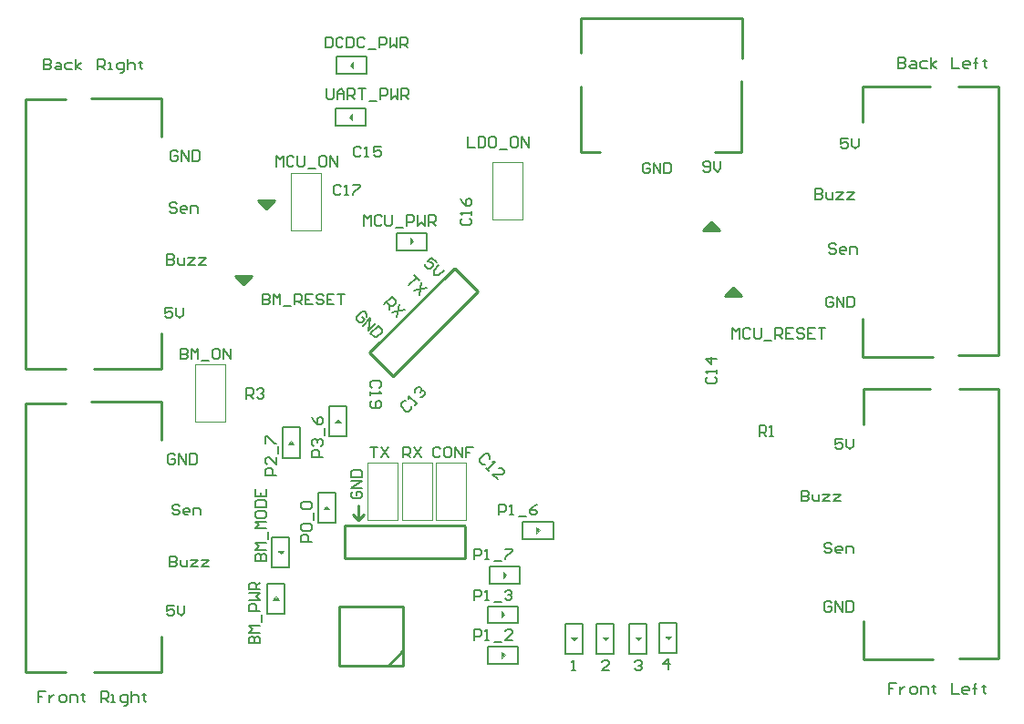
<source format=gto>
G04 Layer_Color=65535*
%FSLAX44Y44*%
%MOMM*%
G71*
G01*
G75*
%ADD42C,0.1000*%
%ADD43C,0.2000*%
%ADD44C,0.2540*%
D42*
X935990Y795020D02*
X963930D01*
X935990D02*
Y848360D01*
X963930D01*
Y795020D02*
Y848360D01*
X805155Y892645D02*
X805905Y891895D01*
Y889583D02*
Y891895D01*
X805342Y889020D02*
X805905Y889583D01*
X804530Y889020D02*
X805342D01*
X804530D02*
X805092Y889583D01*
X805905D01*
X804155Y891332D02*
X805905Y889583D01*
X804155Y891332D02*
Y891645D01*
X804311Y891489D01*
X805905D01*
X804530Y890114D02*
X805905Y891489D01*
X804530Y889020D02*
Y890114D01*
X804155Y889395D02*
X804530Y889020D01*
X804155Y889395D02*
Y891645D01*
X805905Y889895D01*
Y887645D02*
Y889895D01*
X803155Y890395D02*
X805905Y887645D01*
X803155Y890395D02*
Y890645D01*
X805905Y893395D01*
Y889583D02*
Y893395D01*
Y887645D02*
Y889583D01*
X820420Y515620D02*
X848360D01*
X820420D02*
Y568960D01*
X848360D01*
Y515620D02*
Y568960D01*
X852170Y515620D02*
X880110D01*
X852170D02*
Y568960D01*
X880110D01*
Y515620D02*
Y568960D01*
X794105Y606305D02*
X794855Y607055D01*
X791793Y606305D02*
X794105D01*
X791230Y606867D02*
X791793Y606305D01*
X791230Y606867D02*
Y607680D01*
X791793Y607118D01*
Y606305D02*
Y607118D01*
Y606305D02*
X793542Y608055D01*
X793855D01*
X793699Y607899D02*
X793855Y608055D01*
X793699Y606305D02*
Y607899D01*
X792324Y607680D02*
X793699Y606305D01*
X791230Y607680D02*
X792324D01*
X791230D02*
X791605Y608055D01*
X793855D01*
X792105Y606305D02*
X793855Y608055D01*
X789855Y606305D02*
X792105D01*
X789855D02*
X792605Y609055D01*
X792855D01*
X795605Y606305D01*
X791793D02*
X795605D01*
X789855D02*
X791793D01*
X750455Y586610D02*
X751205Y587360D01*
X748142Y586610D02*
X750455D01*
X747580Y587173D02*
X748142Y586610D01*
X747580Y587173D02*
Y587985D01*
X748142Y587422D01*
Y586610D02*
Y587422D01*
Y586610D02*
X749893Y588360D01*
X750205D01*
X750049Y588204D02*
X750205Y588360D01*
X750049Y586610D02*
Y588204D01*
X748674Y587985D02*
X750049Y586610D01*
X747580Y587985D02*
X748674D01*
X747580D02*
X747955Y588360D01*
X750205D01*
X748455Y586610D02*
X750205Y588360D01*
X746205Y586610D02*
X748455D01*
X746205D02*
X748955Y589360D01*
X749205D01*
X751955Y586610D01*
X748142D02*
X751955D01*
X746205D02*
X748142D01*
X946195Y463665D02*
X946945Y462915D01*
X946195Y463665D02*
Y465978D01*
X946758Y466540D01*
X947570D01*
X947008Y465978D02*
X947570Y466540D01*
X946195Y465978D02*
X947008D01*
X946195D02*
X947945Y464227D01*
Y463915D02*
Y464227D01*
X947789Y464071D02*
X947945Y463915D01*
X946195Y464071D02*
X947789D01*
X946195D02*
X947570Y465446D01*
Y466540D01*
X947945Y466165D01*
Y463915D02*
Y466165D01*
X946195Y465665D02*
X947945Y463915D01*
X946195Y465665D02*
Y467915D01*
X948945Y465165D01*
Y464915D02*
Y465165D01*
X946195Y462165D02*
X948945Y464915D01*
X946195Y462165D02*
Y465978D01*
Y467915D01*
X977175Y505105D02*
X977925Y504355D01*
X977175Y505105D02*
Y507417D01*
X977738Y507980D01*
X978550D01*
X977988Y507417D02*
X978550Y507980D01*
X977175Y507417D02*
X977988D01*
X977175D02*
X978925Y505667D01*
Y505355D02*
Y505667D01*
X978769Y505511D02*
X978925Y505355D01*
X977175Y505511D02*
X978769D01*
X977175D02*
X978550Y506886D01*
Y507980D01*
X978925Y507605D01*
Y505355D02*
Y507605D01*
X977175Y507105D02*
X978925Y505355D01*
X977175Y507105D02*
Y509355D01*
X979925Y506605D01*
Y506355D02*
Y506605D01*
X977175Y503605D02*
X979925Y506355D01*
X977175Y503605D02*
Y507417D01*
Y509355D01*
X944625Y426835D02*
X945375Y426085D01*
X944625Y426835D02*
Y429147D01*
X945188Y429710D01*
X946000D01*
X945437Y429147D02*
X946000Y429710D01*
X944625Y429147D02*
X945437D01*
X944625D02*
X946375Y427397D01*
Y427085D02*
Y427397D01*
X946219Y427241D02*
X946375Y427085D01*
X944625Y427241D02*
X946219D01*
X944625D02*
X946000Y428616D01*
Y429710D01*
X946375Y429335D01*
Y427085D02*
Y429335D01*
X944625Y428835D02*
X946375Y427085D01*
X944625Y428835D02*
Y431085D01*
X947375Y428335D01*
Y428085D02*
Y428335D01*
X944625Y425335D02*
X947375Y428085D01*
X944625Y425335D02*
Y429147D01*
Y431085D01*
X944925Y389205D02*
X945675Y388455D01*
X944925Y389205D02*
Y391517D01*
X945488Y392080D01*
X946300D01*
X945738Y391517D02*
X946300Y392080D01*
X944925Y391517D02*
X945738D01*
X944925D02*
X946675Y389767D01*
Y389455D02*
Y389767D01*
X946519Y389611D02*
X946675Y389455D01*
X944925Y389611D02*
X946519D01*
X944925D02*
X946300Y390986D01*
Y392080D01*
X946675Y391705D01*
Y389455D02*
Y391705D01*
X944925Y391205D02*
X946675Y389455D01*
X944925Y391205D02*
Y393455D01*
X947675Y390705D01*
Y390455D02*
Y390705D01*
X944925Y387705D02*
X947675Y390455D01*
X944925Y387705D02*
Y391517D01*
Y393455D01*
X783475Y526295D02*
X784225Y527045D01*
X781162Y526295D02*
X783475D01*
X780600Y526857D02*
X781162Y526295D01*
X780600Y526857D02*
Y527670D01*
X781162Y527108D01*
Y526295D02*
Y527108D01*
Y526295D02*
X782913Y528045D01*
X783225D01*
X783069Y527889D02*
X783225Y528045D01*
X783069Y526295D02*
Y527889D01*
X781694Y527670D02*
X783069Y526295D01*
X780600Y527670D02*
X781694D01*
X780600D02*
X780975Y528045D01*
X783225D01*
X781475Y526295D02*
X783225Y528045D01*
X779225Y526295D02*
X781475D01*
X779225D02*
X781975Y529045D01*
X782225D01*
X784975Y526295D01*
X781162D02*
X784975D01*
X779225D02*
X781162D01*
X859765Y773860D02*
X860515Y773110D01*
X859765Y773860D02*
Y776172D01*
X860328Y776735D01*
X861140D01*
X860577Y776172D02*
X861140Y776735D01*
X859765Y776172D02*
X860577D01*
X859765D02*
X861515Y774423D01*
Y774110D02*
Y774423D01*
X861359Y774266D02*
X861515Y774110D01*
X859765Y774266D02*
X861359D01*
X859765D02*
X861140Y775641D01*
Y776735D01*
X861515Y776360D01*
Y774110D02*
Y776360D01*
X859765Y775860D02*
X861515Y774110D01*
X859765Y775860D02*
Y778110D01*
X862515Y775360D01*
Y775110D02*
Y775360D01*
X859765Y772360D02*
X862515Y775110D01*
X859765Y772360D02*
Y776172D01*
Y778110D01*
X749300Y784860D02*
X777240D01*
X749300D02*
Y838200D01*
X777240D01*
Y784860D02*
Y838200D01*
X805805Y940905D02*
X806555Y940155D01*
Y937842D02*
Y940155D01*
X805993Y937280D02*
X806555Y937842D01*
X805180Y937280D02*
X805993D01*
X805180D02*
X805742Y937842D01*
X806555D01*
X804805Y939593D02*
X806555Y937842D01*
X804805Y939593D02*
Y939905D01*
X804961Y939749D01*
X806555D01*
X805180Y938374D02*
X806555Y939749D01*
X805180Y937280D02*
Y938374D01*
X804805Y937655D02*
X805180Y937280D01*
X804805Y937655D02*
Y939905D01*
X806555Y938155D01*
Y935905D02*
Y938155D01*
X803805Y938655D02*
X806555Y935905D01*
X803805Y938655D02*
Y938905D01*
X806555Y941655D01*
Y937842D02*
Y941655D01*
Y935905D02*
Y937842D01*
X883920Y515620D02*
X911860D01*
X883920D02*
Y568960D01*
X911860D01*
Y515620D02*
Y568960D01*
X736485Y441705D02*
X737235Y442455D01*
X734173Y441705D02*
X736485D01*
X733610Y442267D02*
X734173Y441705D01*
X733610Y442267D02*
Y443080D01*
X734173Y442518D01*
Y441705D02*
Y442518D01*
Y441705D02*
X735922Y443455D01*
X736235D01*
X736079Y443299D02*
X736235Y443455D01*
X736079Y441705D02*
Y443299D01*
X734704Y443080D02*
X736079Y441705D01*
X733610Y443080D02*
X734704D01*
X733610D02*
X733985Y443455D01*
X736235D01*
X734485Y441705D02*
X736235Y443455D01*
X732235Y441705D02*
X734485D01*
X732235D02*
X734985Y444455D01*
X735235D01*
X737985Y441705D01*
X734173D02*
X737985D01*
X732235D02*
X734173D01*
X660400Y660400D02*
X688340D01*
Y607060D02*
Y660400D01*
X660400Y607060D02*
X688340D01*
X660400D02*
Y660400D01*
X737565Y486265D02*
X738315Y487015D01*
X740628D01*
X741190Y486452D01*
Y485640D02*
Y486452D01*
X740628Y486203D02*
X741190Y485640D01*
X740628Y486203D02*
Y487015D01*
X738877Y485265D02*
X740628Y487015D01*
X738565Y485265D02*
X738877D01*
X738565D02*
X738721Y485421D01*
Y487015D01*
X740096Y485640D01*
X741190D01*
X740815Y485265D02*
X741190Y485640D01*
X738565Y485265D02*
X740815D01*
X738565D02*
X740315Y487015D01*
X742565D01*
X739815Y484265D02*
X742565Y487015D01*
X739565Y484265D02*
X739815D01*
X736815Y487015D02*
X739565Y484265D01*
X736815Y487015D02*
X740628D01*
X742565D01*
X1097445Y407025D02*
X1098195Y407775D01*
X1100508D01*
X1101070Y407212D01*
Y406400D02*
Y407212D01*
X1100508Y406963D02*
X1101070Y406400D01*
X1100508Y406963D02*
Y407775D01*
X1098757Y406025D02*
X1100508Y407775D01*
X1098445Y406025D02*
X1098757D01*
X1098445D02*
X1098601Y406181D01*
Y407775D01*
X1099976Y406400D01*
X1101070D01*
X1100695Y406025D02*
X1101070Y406400D01*
X1098445Y406025D02*
X1100695D01*
X1098445D02*
X1100195Y407775D01*
X1102445D01*
X1099695Y405025D02*
X1102445Y407775D01*
X1099445Y405025D02*
X1099695D01*
X1096695Y407775D02*
X1099445Y405025D01*
X1096695Y407775D02*
X1100508D01*
X1102445D01*
X1069551Y406153D02*
X1070302Y406903D01*
X1072614D01*
X1073176Y406341D01*
Y405528D02*
Y406341D01*
X1072614Y406091D02*
X1073176Y405528D01*
X1072614Y406091D02*
Y406903D01*
X1070864Y405153D02*
X1072614Y406903D01*
X1070552Y405153D02*
X1070864D01*
X1070552D02*
X1070708Y405310D01*
Y406903D01*
X1072083Y405528D01*
X1073176D01*
X1072801Y405153D02*
X1073176Y405528D01*
X1070552Y405153D02*
X1072801D01*
X1070552D02*
X1072301Y406903D01*
X1074551D01*
X1071801Y404153D02*
X1074551Y406903D01*
X1071552Y404153D02*
X1071801D01*
X1068801Y406903D02*
X1071552Y404153D01*
X1068801Y406903D02*
X1072614D01*
X1074551D01*
X1039072Y406153D02*
X1039821Y406903D01*
X1042134D01*
X1042696Y406341D01*
Y405528D02*
Y406341D01*
X1042134Y406091D02*
X1042696Y405528D01*
X1042134Y406091D02*
Y406903D01*
X1040384Y405153D02*
X1042134Y406903D01*
X1040071Y405153D02*
X1040384D01*
X1040071D02*
X1040228Y405310D01*
Y406903D01*
X1041603Y405528D01*
X1042696D01*
X1042321Y405153D02*
X1042696Y405528D01*
X1040071Y405153D02*
X1042321D01*
X1040071D02*
X1041822Y406903D01*
X1044071D01*
X1041321Y404153D02*
X1044071Y406903D01*
X1041071Y404153D02*
X1041321D01*
X1038321Y406903D02*
X1041071Y404153D01*
X1038321Y406903D02*
X1042134D01*
X1044071D01*
X1009862Y406153D02*
X1010611Y406903D01*
X1012924D01*
X1013486Y406341D01*
Y405528D02*
Y406341D01*
X1012924Y406091D02*
X1013486Y405528D01*
X1012924Y406091D02*
Y406903D01*
X1011174Y405153D02*
X1012924Y406903D01*
X1010862Y405153D02*
X1011174D01*
X1010862D02*
X1011018Y405310D01*
Y406903D01*
X1012393Y405528D01*
X1013486D01*
X1013111Y405153D02*
X1013486Y405528D01*
X1010862Y405153D02*
X1013111D01*
X1010862D02*
X1012611Y406903D01*
X1014861D01*
X1012111Y404153D02*
X1014861Y406903D01*
X1011861Y404153D02*
X1012111D01*
X1009111Y406903D02*
X1011861Y404153D01*
X1009111Y406903D02*
X1012924D01*
X1014861D01*
D43*
X818530Y882770D02*
Y898770D01*
X790530D02*
X818530D01*
X790530Y882770D02*
Y898770D01*
Y882770D02*
X818530D01*
X784980Y593680D02*
X800980D01*
Y621680D01*
X784980D02*
X800980D01*
X784980Y593680D02*
Y621680D01*
X741330Y573985D02*
X757330D01*
Y601985D01*
X741330D02*
X757330D01*
X741330Y573985D02*
Y601985D01*
X933570Y456790D02*
Y472790D01*
Y456790D02*
X961570D01*
Y472790D01*
X933570D02*
X961570D01*
X964550Y498230D02*
Y514230D01*
Y498230D02*
X992550D01*
Y514230D01*
X964550D02*
X992550D01*
X932000Y419960D02*
Y435960D01*
Y419960D02*
X960000D01*
Y435960D01*
X932000D02*
X960000D01*
X932300Y382330D02*
Y398330D01*
Y382330D02*
X960300D01*
Y398330D01*
X932300D02*
X960300D01*
X774350Y513670D02*
X790350D01*
Y541670D01*
X774350D02*
X790350D01*
X774350Y513670D02*
Y541670D01*
X847140Y766985D02*
Y782985D01*
Y766985D02*
X875140D01*
Y782985D01*
X847140D02*
X875140D01*
X819180Y931030D02*
Y947030D01*
X791180D02*
X819180D01*
X791180Y931030D02*
Y947030D01*
Y931030D02*
X819180D01*
X727360Y429080D02*
X743360D01*
Y457080D01*
X727360D02*
X743360D01*
X727360Y429080D02*
Y457080D01*
X731440Y499640D02*
X747440D01*
X731440Y471640D02*
Y499640D01*
Y471640D02*
X747440D01*
Y499640D01*
X1091320Y420400D02*
X1107320D01*
X1091320Y392400D02*
Y420400D01*
Y392400D02*
X1107320D01*
Y420400D01*
X1063426Y419528D02*
X1079426D01*
X1063426Y391528D02*
Y419528D01*
Y391528D02*
X1079426D01*
Y419528D01*
X1032946D02*
X1048947D01*
X1032946Y391528D02*
Y419528D01*
Y391528D02*
X1048947D01*
Y419528D01*
X1003736Y419528D02*
X1019736D01*
X1003736Y391528D02*
Y419528D01*
Y391528D02*
X1019736D01*
Y419528D01*
X863337Y743669D02*
X868050Y738956D01*
X865694Y741312D01*
X858625Y734244D01*
X870406Y736600D02*
X868050Y724819D01*
X875118Y731888D02*
X863337Y729531D01*
X913130Y872327D02*
Y862330D01*
X919794D01*
X923127Y872327D02*
Y862330D01*
X928125D01*
X929791Y863996D01*
Y870661D01*
X928125Y872327D01*
X923127D01*
X938122D02*
X934790D01*
X933124Y870661D01*
Y863996D01*
X934790Y862330D01*
X938122D01*
X939788Y863996D01*
Y870661D01*
X938122Y872327D01*
X943120Y860664D02*
X949785D01*
X958115Y872327D02*
X954783D01*
X953117Y870661D01*
Y863996D01*
X954783Y862330D01*
X958115D01*
X959782Y863996D01*
Y870661D01*
X958115Y872327D01*
X963114Y862330D02*
Y872327D01*
X969778Y862330D01*
Y872327D01*
X933893Y572678D02*
Y575034D01*
X931537Y577391D01*
X929181D01*
X924468Y572678D01*
Y570322D01*
X926824Y567966D01*
X929181D01*
X930359Y564431D02*
X932715Y562075D01*
X931537Y563253D01*
X938606Y570322D01*
X936249D01*
X940962Y553828D02*
X936249Y558541D01*
X945675D01*
X946853Y559719D01*
X946853Y562075D01*
X944496Y564431D01*
X942140D01*
X856072Y626553D02*
X853716D01*
X851359Y624197D01*
Y621841D01*
X856072Y617128D01*
X858428D01*
X860784Y619484D01*
Y621841D01*
X864319Y623019D02*
X866675Y625375D01*
X865497Y624197D01*
X858428Y631266D01*
Y628909D01*
X864319Y634800D02*
Y637156D01*
X866675Y639513D01*
X869031Y639513D01*
X870209Y638335D01*
Y635978D01*
X869031Y634800D01*
X870209Y635978D01*
X872566Y635978D01*
X873744Y634800D01*
X873744Y632444D01*
X871388Y630088D01*
X869031D01*
X1135939Y649285D02*
X1134273Y647618D01*
Y644286D01*
X1135939Y642620D01*
X1142604D01*
X1144270Y644286D01*
Y647618D01*
X1142604Y649285D01*
X1144270Y652617D02*
Y655949D01*
Y654283D01*
X1134273D01*
X1135939Y652617D01*
X1144270Y665946D02*
X1134273D01*
X1139272Y660947D01*
Y667612D01*
X814385Y861771D02*
X812718Y863437D01*
X809386D01*
X807720Y861771D01*
Y855106D01*
X809386Y853440D01*
X812718D01*
X814385Y855106D01*
X817717Y853440D02*
X821049D01*
X819383D01*
Y863437D01*
X817717Y861771D01*
X832712Y863437D02*
X826047D01*
Y858438D01*
X829380Y860105D01*
X831046D01*
X832712Y858438D01*
Y855106D01*
X831046Y853440D01*
X827714D01*
X826047Y855106D01*
X908609Y796605D02*
X906943Y794938D01*
Y791606D01*
X908609Y789940D01*
X915274D01*
X916940Y791606D01*
Y794938D01*
X915274Y796605D01*
X916940Y799937D02*
Y803269D01*
Y801603D01*
X906943D01*
X908609Y799937D01*
X906943Y814932D02*
X908609Y811600D01*
X911942Y808267D01*
X915274D01*
X916940Y809934D01*
Y813266D01*
X915274Y814932D01*
X913608D01*
X911942Y813266D01*
Y808267D01*
X795334Y826211D02*
X793668Y827877D01*
X790336D01*
X788670Y826211D01*
Y819546D01*
X790336Y817880D01*
X793668D01*
X795334Y819546D01*
X798667Y817880D02*
X801999D01*
X800333D01*
Y827877D01*
X798667Y826211D01*
X806997Y827877D02*
X813662D01*
Y826211D01*
X806997Y819546D01*
Y817880D01*
X831291Y638495D02*
X832957Y640162D01*
Y643494D01*
X831291Y645160D01*
X824626D01*
X822960Y643494D01*
Y640162D01*
X824626Y638495D01*
X822960Y635163D02*
Y631831D01*
Y633497D01*
X832957D01*
X831291Y635163D01*
X824626Y626833D02*
X822960Y625166D01*
Y621834D01*
X824626Y620168D01*
X831291D01*
X832957Y621834D01*
Y625166D01*
X831291Y626833D01*
X829624D01*
X827958Y625166D01*
Y620168D01*
X919630Y479260D02*
Y489257D01*
X924628D01*
X926294Y487591D01*
Y484258D01*
X924628Y482592D01*
X919630D01*
X929627Y479260D02*
X932959D01*
X931293D01*
Y489257D01*
X929627Y487591D01*
X937957Y477594D02*
X944622D01*
X947954Y489257D02*
X954619D01*
Y487591D01*
X947954Y480926D01*
Y479260D01*
X715973Y478020D02*
X725970D01*
Y483018D01*
X724304Y484684D01*
X722638D01*
X720972Y483018D01*
Y478020D01*
Y483018D01*
X719305Y484684D01*
X717639D01*
X715973Y483018D01*
Y478020D01*
X725970Y488017D02*
X715973D01*
X719305Y491349D01*
X715973Y494681D01*
X725970D01*
X727636Y498014D02*
Y504678D01*
X725970Y508010D02*
X715973D01*
X719305Y511343D01*
X715973Y514675D01*
X725970D01*
X715973Y523005D02*
Y519673D01*
X717639Y518007D01*
X724304D01*
X725970Y519673D01*
Y523005D01*
X724304Y524672D01*
X717639D01*
X715973Y523005D01*
Y528004D02*
X725970D01*
Y533002D01*
X724304Y534668D01*
X717639D01*
X715973Y533002D01*
Y528004D01*
Y544665D02*
Y538001D01*
X725970D01*
Y544665D01*
X720972Y538001D02*
Y541333D01*
X919540Y404330D02*
Y414327D01*
X924538D01*
X926205Y412661D01*
Y409328D01*
X924538Y407662D01*
X919540D01*
X929537Y404330D02*
X932869D01*
X931203D01*
Y414327D01*
X929537Y412661D01*
X937867Y402664D02*
X944532D01*
X954529Y404330D02*
X947864D01*
X954529Y410994D01*
Y412661D01*
X952863Y414327D01*
X949530D01*
X947864Y412661D01*
X919330Y441160D02*
Y451157D01*
X924328D01*
X925994Y449491D01*
Y446158D01*
X924328Y444492D01*
X919330D01*
X929327Y441160D02*
X932659D01*
X930993D01*
Y451157D01*
X929327Y449491D01*
X937657Y439494D02*
X944322D01*
X947654Y449491D02*
X949320Y451157D01*
X952653D01*
X954319Y449491D01*
Y447825D01*
X952653Y446158D01*
X950986D01*
X952653D01*
X954319Y444492D01*
Y442826D01*
X952653Y441160D01*
X949320D01*
X947654Y442826D01*
X942340Y520700D02*
Y530697D01*
X947338D01*
X949005Y529031D01*
Y525698D01*
X947338Y524032D01*
X942340D01*
X952337Y520700D02*
X955669D01*
X954003D01*
Y530697D01*
X952337Y529031D01*
X960667Y519034D02*
X967332D01*
X977329Y530697D02*
X973997Y529031D01*
X970664Y525698D01*
Y522366D01*
X972330Y520700D01*
X975663D01*
X977329Y522366D01*
Y524032D01*
X975663Y525698D01*
X970664D01*
X735330Y557530D02*
X725333D01*
Y562528D01*
X726999Y564194D01*
X730332D01*
X731998Y562528D01*
Y557530D01*
X735330Y574191D02*
Y567527D01*
X728665Y574191D01*
X726999D01*
X725333Y572525D01*
Y569193D01*
X726999Y567527D01*
X736996Y577524D02*
Y584188D01*
X725333Y587520D02*
Y594185D01*
X726999D01*
X733664Y587520D01*
X735330D01*
X768350Y496070D02*
X758353D01*
Y501068D01*
X760019Y502734D01*
X763352D01*
X765018Y501068D01*
Y496070D01*
X760019Y506067D02*
X758353Y507733D01*
Y511065D01*
X760019Y512731D01*
X766684D01*
X768350Y511065D01*
Y507733D01*
X766684Y506067D01*
X760019D01*
X770016Y516064D02*
Y522728D01*
X760019Y526060D02*
X758353Y527727D01*
Y531059D01*
X760019Y532725D01*
X766684D01*
X768350Y531059D01*
Y527727D01*
X766684Y526060D01*
X760019D01*
X778510Y574660D02*
X768513D01*
Y579658D01*
X770179Y581325D01*
X773512D01*
X775178Y579658D01*
Y574660D01*
X770179Y584657D02*
X768513Y586323D01*
Y589655D01*
X770179Y591321D01*
X771845D01*
X773512Y589655D01*
Y587989D01*
Y589655D01*
X775178Y591321D01*
X776844D01*
X778510Y589655D01*
Y586323D01*
X776844Y584657D01*
X780176Y594654D02*
Y601318D01*
X768513Y611315D02*
X770179Y607983D01*
X773512Y604650D01*
X776844D01*
X778510Y606316D01*
Y609649D01*
X776844Y611315D01*
X775178D01*
X773512Y609649D01*
Y604650D01*
X816690Y789455D02*
Y799452D01*
X820022Y796120D01*
X823354Y799452D01*
Y789455D01*
X833351Y797786D02*
X831685Y799452D01*
X828353D01*
X826687Y797786D01*
Y791121D01*
X828353Y789455D01*
X831685D01*
X833351Y791121D01*
X836684Y799452D02*
Y791121D01*
X838350Y789455D01*
X841682D01*
X843348Y791121D01*
Y799452D01*
X846680Y787789D02*
X853345D01*
X856677Y789455D02*
Y799452D01*
X861675D01*
X863342Y797786D01*
Y794453D01*
X861675Y792787D01*
X856677D01*
X866674Y799452D02*
Y789455D01*
X870006Y792787D01*
X873338Y789455D01*
Y799452D01*
X876671Y789455D02*
Y799452D01*
X881669D01*
X883335Y797786D01*
Y794453D01*
X881669Y792787D01*
X876671D01*
X880003D02*
X883335Y789455D01*
X710093Y401320D02*
X720090D01*
Y406318D01*
X718424Y407985D01*
X716758D01*
X715092Y406318D01*
Y401320D01*
Y406318D01*
X713426Y407985D01*
X711759D01*
X710093Y406318D01*
Y401320D01*
X720090Y411317D02*
X710093D01*
X713426Y414649D01*
X710093Y417981D01*
X720090D01*
X721756Y421314D02*
Y427978D01*
X720090Y431310D02*
X710093D01*
Y436309D01*
X711759Y437975D01*
X715092D01*
X716758Y436309D01*
Y431310D01*
X710093Y441307D02*
X720090D01*
X716758Y444639D01*
X720090Y447972D01*
X710093D01*
X720090Y451304D02*
X710093D01*
Y456302D01*
X711759Y457968D01*
X715092D01*
X716758Y456302D01*
Y451304D01*
Y454636D02*
X720090Y457968D01*
X781050Y965037D02*
Y955040D01*
X786048D01*
X787714Y956706D01*
Y963371D01*
X786048Y965037D01*
X781050D01*
X797711Y963371D02*
X796045Y965037D01*
X792713D01*
X791047Y963371D01*
Y956706D01*
X792713Y955040D01*
X796045D01*
X797711Y956706D01*
X801044Y965037D02*
Y955040D01*
X806042D01*
X807708Y956706D01*
Y963371D01*
X806042Y965037D01*
X801044D01*
X817705Y963371D02*
X816039Y965037D01*
X812707D01*
X811040Y963371D01*
Y956706D01*
X812707Y955040D01*
X816039D01*
X817705Y956706D01*
X821037Y953374D02*
X827702D01*
X831034Y955040D02*
Y965037D01*
X836032D01*
X837698Y963371D01*
Y960038D01*
X836032Y958372D01*
X831034D01*
X841031Y965037D02*
Y955040D01*
X844363Y958372D01*
X847695Y955040D01*
Y965037D01*
X851028Y955040D02*
Y965037D01*
X856026D01*
X857692Y963371D01*
Y960038D01*
X856026Y958372D01*
X851028D01*
X854360D02*
X857692Y955040D01*
X781900Y917092D02*
Y908761D01*
X783566Y907095D01*
X786898D01*
X788565Y908761D01*
Y917092D01*
X791897Y907095D02*
Y913760D01*
X795229Y917092D01*
X798561Y913760D01*
Y907095D01*
Y912094D01*
X791897D01*
X801893Y907095D02*
Y917092D01*
X806892D01*
X808558Y915426D01*
Y912094D01*
X806892Y910427D01*
X801893D01*
X805226D02*
X808558Y907095D01*
X811890Y917092D02*
X818555D01*
X815223D01*
Y907095D01*
X821887Y905429D02*
X828552D01*
X831884Y907095D02*
Y917092D01*
X836882D01*
X838548Y915426D01*
Y912094D01*
X836882Y910427D01*
X831884D01*
X841881Y917092D02*
Y907095D01*
X845213Y910427D01*
X848545Y907095D01*
Y917092D01*
X851877Y907095D02*
Y917092D01*
X856876D01*
X858542Y915426D01*
Y912094D01*
X856876Y910427D01*
X851877D01*
X855210D02*
X858542Y907095D01*
X1009650Y375920D02*
X1012982D01*
X1011316D01*
Y385917D01*
X1009650Y384251D01*
X1044255Y375920D02*
X1037590D01*
X1044255Y382584D01*
Y384251D01*
X1042588Y385917D01*
X1039256D01*
X1037590Y384251D01*
X1068070D02*
X1069736Y385917D01*
X1073068D01*
X1074734Y384251D01*
Y382584D01*
X1073068Y380918D01*
X1071402D01*
X1073068D01*
X1074734Y379252D01*
Y377586D01*
X1073068Y375920D01*
X1069736D01*
X1068070Y377586D01*
X1099738Y377190D02*
Y387187D01*
X1094740Y382188D01*
X1101404D01*
X888045Y582371D02*
X886378Y584037D01*
X883046D01*
X881380Y582371D01*
Y575706D01*
X883046Y574040D01*
X886378D01*
X888045Y575706D01*
X896375Y584037D02*
X893043D01*
X891377Y582371D01*
Y575706D01*
X893043Y574040D01*
X896375D01*
X898041Y575706D01*
Y582371D01*
X896375Y584037D01*
X901374Y574040D02*
Y584037D01*
X908038Y574040D01*
Y584037D01*
X918035D02*
X911370D01*
Y579038D01*
X914703D01*
X911370D01*
Y574040D01*
X853440D02*
Y584037D01*
X858438D01*
X860105Y582371D01*
Y579038D01*
X858438Y577372D01*
X853440D01*
X856772D02*
X860105Y574040D01*
X863437Y584037D02*
X870101Y574040D01*
Y584037D02*
X863437Y574040D01*
X822960Y584037D02*
X829624D01*
X826292D01*
Y574040D01*
X832957Y584037D02*
X839621Y574040D01*
Y584037D02*
X832957Y574040D01*
X735330Y844550D02*
Y854547D01*
X738662Y851215D01*
X741994Y854547D01*
Y844550D01*
X751991Y852881D02*
X750325Y854547D01*
X746993D01*
X745327Y852881D01*
Y846216D01*
X746993Y844550D01*
X750325D01*
X751991Y846216D01*
X755324Y854547D02*
Y846216D01*
X756990Y844550D01*
X760322D01*
X761988Y846216D01*
Y854547D01*
X765320Y842884D02*
X771985D01*
X780315Y854547D02*
X776983D01*
X775317Y852881D01*
Y846216D01*
X776983Y844550D01*
X780315D01*
X781982Y846216D01*
Y852881D01*
X780315Y854547D01*
X785314Y844550D02*
Y854547D01*
X791978Y844550D01*
Y854547D01*
X646430Y675477D02*
Y665480D01*
X651428D01*
X653094Y667146D01*
Y668812D01*
X651428Y670478D01*
X646430D01*
X651428D01*
X653094Y672144D01*
Y673811D01*
X651428Y675477D01*
X646430D01*
X656427Y665480D02*
Y675477D01*
X659759Y672144D01*
X663091Y675477D01*
Y665480D01*
X666424Y663814D02*
X673088D01*
X681419Y675477D02*
X678086D01*
X676420Y673811D01*
Y667146D01*
X678086Y665480D01*
X681419D01*
X683085Y667146D01*
Y673811D01*
X681419Y675477D01*
X686417Y665480D02*
Y675477D01*
X693082Y665480D01*
Y675477D01*
X1183937Y594015D02*
Y604012D01*
X1188935D01*
X1190601Y602345D01*
Y599013D01*
X1188935Y597347D01*
X1183937D01*
X1187269D02*
X1190601Y594015D01*
X1193934D02*
X1197266D01*
X1195600D01*
Y604012D01*
X1193934Y602345D01*
X707390Y628650D02*
Y638647D01*
X712388D01*
X714054Y636981D01*
Y633648D01*
X712388Y631982D01*
X707390D01*
X710722D02*
X714054Y628650D01*
X717387Y636981D02*
X719053Y638647D01*
X722385D01*
X724051Y636981D01*
Y635314D01*
X722385Y633648D01*
X720719D01*
X722385D01*
X724051Y631982D01*
Y630316D01*
X722385Y628650D01*
X719053D01*
X717387Y630316D01*
X1158917Y684325D02*
Y694322D01*
X1162249Y690989D01*
X1165581Y694322D01*
Y684325D01*
X1175578Y692655D02*
X1173912Y694322D01*
X1170580D01*
X1168914Y692655D01*
Y685991D01*
X1170580Y684325D01*
X1173912D01*
X1175578Y685991D01*
X1178910Y694322D02*
Y685991D01*
X1180576Y684325D01*
X1183909D01*
X1185575Y685991D01*
Y694322D01*
X1188907Y682659D02*
X1195572D01*
X1198904Y684325D02*
Y694322D01*
X1203902D01*
X1205568Y692655D01*
Y689323D01*
X1203902Y687657D01*
X1198904D01*
X1202236D02*
X1205568Y684325D01*
X1215565Y694322D02*
X1208901D01*
Y684325D01*
X1215565D01*
X1208901Y689323D02*
X1212233D01*
X1225562Y692655D02*
X1223896Y694322D01*
X1220564D01*
X1218897Y692655D01*
Y690989D01*
X1220564Y689323D01*
X1223896D01*
X1225562Y687657D01*
Y685991D01*
X1223896Y684325D01*
X1220564D01*
X1218897Y685991D01*
X1235559Y694322D02*
X1228894D01*
Y684325D01*
X1235559D01*
X1228894Y689323D02*
X1232226D01*
X1238891Y694322D02*
X1245555D01*
X1242223D01*
Y684325D01*
X722630Y726277D02*
Y716280D01*
X727628D01*
X729295Y717946D01*
Y719612D01*
X727628Y721278D01*
X722630D01*
X727628D01*
X729295Y722944D01*
Y724611D01*
X727628Y726277D01*
X722630D01*
X732627Y716280D02*
Y726277D01*
X735959Y722944D01*
X739291Y726277D01*
Y716280D01*
X742624Y714614D02*
X749288D01*
X752620Y716280D02*
Y726277D01*
X757619D01*
X759285Y724611D01*
Y721278D01*
X757619Y719612D01*
X752620D01*
X755953D02*
X759285Y716280D01*
X769282Y726277D02*
X762617D01*
Y716280D01*
X769282D01*
X762617Y721278D02*
X765949D01*
X779278Y724611D02*
X777612Y726277D01*
X774280D01*
X772614Y724611D01*
Y722944D01*
X774280Y721278D01*
X777612D01*
X779278Y719612D01*
Y717946D01*
X777612Y716280D01*
X774280D01*
X772614Y717946D01*
X789275Y726277D02*
X782611D01*
Y716280D01*
X789275D01*
X782611Y721278D02*
X785943D01*
X792607Y726277D02*
X799272D01*
X795940D01*
Y716280D01*
X1082355Y846531D02*
X1080688Y848197D01*
X1077356D01*
X1075690Y846531D01*
Y839866D01*
X1077356Y838200D01*
X1080688D01*
X1082355Y839866D01*
Y843198D01*
X1079022D01*
X1085687Y838200D02*
Y848197D01*
X1092351Y838200D01*
Y848197D01*
X1095684D02*
Y838200D01*
X1100682D01*
X1102348Y839866D01*
Y846531D01*
X1100682Y848197D01*
X1095684D01*
X1131570Y841136D02*
X1133236Y839470D01*
X1136568D01*
X1138234Y841136D01*
Y847801D01*
X1136568Y849467D01*
X1133236D01*
X1131570Y847801D01*
Y846134D01*
X1133236Y844468D01*
X1138234D01*
X1141567Y849467D02*
Y842802D01*
X1144899Y839470D01*
X1148231Y842802D01*
Y849467D01*
X642934Y809701D02*
X641268Y811367D01*
X637936D01*
X636270Y809701D01*
Y808035D01*
X637936Y806368D01*
X641268D01*
X642934Y804702D01*
Y803036D01*
X641268Y801370D01*
X637936D01*
X636270Y803036D01*
X651265Y801370D02*
X647933D01*
X646267Y803036D01*
Y806368D01*
X647933Y808035D01*
X651265D01*
X652931Y806368D01*
Y804702D01*
X646267D01*
X656264Y801370D02*
Y808035D01*
X661262D01*
X662928Y806368D01*
Y801370D01*
X633730Y763107D02*
Y753110D01*
X638728D01*
X640395Y754776D01*
Y756442D01*
X638728Y758108D01*
X633730D01*
X638728D01*
X640395Y759774D01*
Y761441D01*
X638728Y763107D01*
X633730D01*
X643727Y759774D02*
Y754776D01*
X645393Y753110D01*
X650391D01*
Y759774D01*
X653724D02*
X660388D01*
X653724Y753110D01*
X660388D01*
X663720Y759774D02*
X670385D01*
X663720Y753110D01*
X670385D01*
X644204Y857961D02*
X642538Y859627D01*
X639206D01*
X637540Y857961D01*
Y851296D01*
X639206Y849630D01*
X642538D01*
X644204Y851296D01*
Y854628D01*
X640872D01*
X647537Y849630D02*
Y859627D01*
X654201Y849630D01*
Y859627D01*
X657534D02*
Y849630D01*
X662532D01*
X664198Y851296D01*
Y857961D01*
X662532Y859627D01*
X657534D01*
X636270Y482437D02*
Y472440D01*
X641268D01*
X642934Y474106D01*
Y475772D01*
X641268Y477438D01*
X636270D01*
X641268D01*
X642934Y479104D01*
Y480771D01*
X641268Y482437D01*
X636270D01*
X646267Y479104D02*
Y474106D01*
X647933Y472440D01*
X652931D01*
Y479104D01*
X656264D02*
X662928D01*
X656264Y472440D01*
X662928D01*
X666260Y479104D02*
X672925D01*
X666260Y472440D01*
X672925D01*
X645474Y529031D02*
X643808Y530697D01*
X640476D01*
X638810Y529031D01*
Y527365D01*
X640476Y525698D01*
X643808D01*
X645474Y524032D01*
Y522366D01*
X643808Y520700D01*
X640476D01*
X638810Y522366D01*
X653805Y520700D02*
X650473D01*
X648807Y522366D01*
Y525698D01*
X650473Y527365D01*
X653805D01*
X655471Y525698D01*
Y524032D01*
X648807D01*
X658804Y520700D02*
Y527365D01*
X663802D01*
X665468Y525698D01*
Y520700D01*
X641665Y576021D02*
X639998Y577687D01*
X636666D01*
X635000Y576021D01*
Y569356D01*
X636666Y567690D01*
X639998D01*
X641665Y569356D01*
Y572688D01*
X638332D01*
X644997Y567690D02*
Y577687D01*
X651661Y567690D01*
Y577687D01*
X654994D02*
Y567690D01*
X659992D01*
X661658Y569356D01*
Y576021D01*
X659992Y577687D01*
X654994D01*
X640395Y436717D02*
X633730D01*
Y431718D01*
X637062Y433385D01*
X638728D01*
X640395Y431718D01*
Y428386D01*
X638728Y426720D01*
X635396D01*
X633730Y428386D01*
X643727Y436717D02*
Y430052D01*
X647059Y426720D01*
X650391Y430052D01*
Y436717D01*
X639124Y713577D02*
X632460D01*
Y708578D01*
X635792Y710245D01*
X637458D01*
X639124Y708578D01*
Y705246D01*
X637458Y703580D01*
X634126D01*
X632460Y705246D01*
X642457Y713577D02*
Y706912D01*
X645789Y703580D01*
X649121Y706912D01*
Y713577D01*
X1261424Y591657D02*
X1254760D01*
Y586658D01*
X1258092Y588325D01*
X1259758D01*
X1261424Y586658D01*
Y583326D01*
X1259758Y581660D01*
X1256426D01*
X1254760Y583326D01*
X1264757Y591657D02*
Y584992D01*
X1268089Y581660D01*
X1271421Y584992D01*
Y591657D01*
X1223010Y543397D02*
Y533400D01*
X1228008D01*
X1229675Y535066D01*
Y536732D01*
X1228008Y538398D01*
X1223010D01*
X1228008D01*
X1229675Y540065D01*
Y541731D01*
X1228008Y543397D01*
X1223010D01*
X1233007Y540065D02*
Y535066D01*
X1234673Y533400D01*
X1239671D01*
Y540065D01*
X1243004D02*
X1249668D01*
X1243004Y533400D01*
X1249668D01*
X1253000Y540065D02*
X1259665D01*
X1253000Y533400D01*
X1259665D01*
X1251264Y493471D02*
X1249598Y495137D01*
X1246266D01*
X1244600Y493471D01*
Y491805D01*
X1246266Y490138D01*
X1249598D01*
X1251264Y488472D01*
Y486806D01*
X1249598Y485140D01*
X1246266D01*
X1244600Y486806D01*
X1259595Y485140D02*
X1256263D01*
X1254597Y486806D01*
Y490138D01*
X1256263Y491805D01*
X1259595D01*
X1261261Y490138D01*
Y488472D01*
X1254597D01*
X1264594Y485140D02*
Y491805D01*
X1269592D01*
X1271258Y490138D01*
Y485140D01*
X1251264Y438861D02*
X1249598Y440527D01*
X1246266D01*
X1244600Y438861D01*
Y432196D01*
X1246266Y430530D01*
X1249598D01*
X1251264Y432196D01*
Y435528D01*
X1247932D01*
X1254597Y430530D02*
Y440527D01*
X1261261Y430530D01*
Y440527D01*
X1264594D02*
Y430530D01*
X1269592D01*
X1271258Y432196D01*
Y438861D01*
X1269592Y440527D01*
X1264594D01*
X519430Y944717D02*
Y934720D01*
X524428D01*
X526095Y936386D01*
Y938052D01*
X524428Y939718D01*
X519430D01*
X524428D01*
X526095Y941385D01*
Y943051D01*
X524428Y944717D01*
X519430D01*
X531093Y941385D02*
X534425D01*
X536091Y939718D01*
Y934720D01*
X531093D01*
X529427Y936386D01*
X531093Y938052D01*
X536091D01*
X546088Y941385D02*
X541090D01*
X539424Y939718D01*
Y936386D01*
X541090Y934720D01*
X546088D01*
X549420D02*
Y944717D01*
Y938052D02*
X554419Y941385D01*
X549420Y938052D02*
X554419Y934720D01*
X569414D02*
Y944717D01*
X574412D01*
X576078Y943051D01*
Y939718D01*
X574412Y938052D01*
X569414D01*
X572746D02*
X576078Y934720D01*
X579411D02*
X582743D01*
X581077D01*
Y941385D01*
X579411D01*
X591074Y931388D02*
X592740D01*
X594406Y933054D01*
Y941385D01*
X589408D01*
X587741Y939718D01*
Y936386D01*
X589408Y934720D01*
X594406D01*
X597738Y944717D02*
Y934720D01*
Y939718D01*
X599404Y941385D01*
X602737D01*
X604403Y939718D01*
Y934720D01*
X609401Y943051D02*
Y941385D01*
X607735D01*
X611067D01*
X609401D01*
Y936386D01*
X611067Y934720D01*
X521015Y356707D02*
X514350D01*
Y351708D01*
X517682D01*
X514350D01*
Y346710D01*
X524347Y353374D02*
Y346710D01*
Y350042D01*
X526013Y351708D01*
X527679Y353374D01*
X529345D01*
X536010Y346710D02*
X539342D01*
X541008Y348376D01*
Y351708D01*
X539342Y353374D01*
X536010D01*
X534344Y351708D01*
Y348376D01*
X536010Y346710D01*
X544340D02*
Y353374D01*
X549339D01*
X551005Y351708D01*
Y346710D01*
X556003Y355041D02*
Y353374D01*
X554337D01*
X557669D01*
X556003D01*
Y348376D01*
X557669Y346710D01*
X572664D02*
Y356707D01*
X577663D01*
X579329Y355041D01*
Y351708D01*
X577663Y350042D01*
X572664D01*
X575997D02*
X579329Y346710D01*
X582661D02*
X585994D01*
X584328D01*
Y353374D01*
X582661D01*
X594324Y343378D02*
X595990D01*
X597657Y345044D01*
Y353374D01*
X592658D01*
X590992Y351708D01*
Y348376D01*
X592658Y346710D01*
X597657D01*
X600989Y356707D02*
Y346710D01*
Y351708D01*
X602655Y353374D01*
X605987D01*
X607653Y351708D01*
Y346710D01*
X612652Y355041D02*
Y353374D01*
X610985D01*
X614318D01*
X612652D01*
Y348376D01*
X614318Y346710D01*
X1310954Y364327D02*
X1304290D01*
Y359328D01*
X1307622D01*
X1304290D01*
Y354330D01*
X1314287Y360994D02*
Y354330D01*
Y357662D01*
X1315953Y359328D01*
X1317619Y360994D01*
X1319285D01*
X1325950Y354330D02*
X1329282D01*
X1330948Y355996D01*
Y359328D01*
X1329282Y360994D01*
X1325950D01*
X1324284Y359328D01*
Y355996D01*
X1325950Y354330D01*
X1334280D02*
Y360994D01*
X1339279D01*
X1340945Y359328D01*
Y354330D01*
X1345943Y362661D02*
Y360994D01*
X1344277D01*
X1347609D01*
X1345943D01*
Y355996D01*
X1347609Y354330D01*
X1362605Y364327D02*
Y354330D01*
X1369269D01*
X1377600D02*
X1374267D01*
X1372601Y355996D01*
Y359328D01*
X1374267Y360994D01*
X1377600D01*
X1379266Y359328D01*
Y357662D01*
X1372601D01*
X1384264Y354330D02*
Y362661D01*
Y359328D01*
X1382598D01*
X1385930D01*
X1384264D01*
Y362661D01*
X1385930Y364327D01*
X1392595Y362661D02*
Y360994D01*
X1390929D01*
X1394261D01*
X1392595D01*
Y355996D01*
X1394261Y354330D01*
X1313180Y945987D02*
Y935990D01*
X1318178D01*
X1319845Y937656D01*
Y939322D01*
X1318178Y940988D01*
X1313180D01*
X1318178D01*
X1319845Y942654D01*
Y944321D01*
X1318178Y945987D01*
X1313180D01*
X1324843Y942654D02*
X1328175D01*
X1329841Y940988D01*
Y935990D01*
X1324843D01*
X1323177Y937656D01*
X1324843Y939322D01*
X1329841D01*
X1339838Y942654D02*
X1334840D01*
X1333174Y940988D01*
Y937656D01*
X1334840Y935990D01*
X1339838D01*
X1343170D02*
Y945987D01*
Y939322D02*
X1348169Y942654D01*
X1343170Y939322D02*
X1348169Y935990D01*
X1363164Y945987D02*
Y935990D01*
X1369828D01*
X1378159D02*
X1374827D01*
X1373161Y937656D01*
Y940988D01*
X1374827Y942654D01*
X1378159D01*
X1379825Y940988D01*
Y939322D01*
X1373161D01*
X1384824Y935990D02*
Y944321D01*
Y940988D01*
X1383158D01*
X1386490D01*
X1384824D01*
Y944321D01*
X1386490Y945987D01*
X1393154Y944321D02*
Y942654D01*
X1391488D01*
X1394820D01*
X1393154D01*
Y937656D01*
X1394820Y935990D01*
X1266505Y871057D02*
X1259840D01*
Y866058D01*
X1263172Y867725D01*
X1264838D01*
X1266505Y866058D01*
Y862726D01*
X1264838Y861060D01*
X1261506D01*
X1259840Y862726D01*
X1269837Y871057D02*
Y864392D01*
X1273169Y861060D01*
X1276501Y864392D01*
Y871057D01*
X1252534Y722071D02*
X1250868Y723737D01*
X1247536D01*
X1245870Y722071D01*
Y715406D01*
X1247536Y713740D01*
X1250868D01*
X1252534Y715406D01*
Y718738D01*
X1249202D01*
X1255867Y713740D02*
Y723737D01*
X1262531Y713740D01*
Y723737D01*
X1265864D02*
Y713740D01*
X1270862D01*
X1272528Y715406D01*
Y722071D01*
X1270862Y723737D01*
X1265864D01*
X1255074Y771601D02*
X1253408Y773267D01*
X1250076D01*
X1248410Y771601D01*
Y769934D01*
X1250076Y768268D01*
X1253408D01*
X1255074Y766602D01*
Y764936D01*
X1253408Y763270D01*
X1250076D01*
X1248410Y764936D01*
X1263405Y763270D02*
X1260073D01*
X1258407Y764936D01*
Y768268D01*
X1260073Y769934D01*
X1263405D01*
X1265071Y768268D01*
Y766602D01*
X1258407D01*
X1268404Y763270D02*
Y769934D01*
X1273402D01*
X1275068Y768268D01*
Y763270D01*
X1235710Y824067D02*
Y814070D01*
X1240708D01*
X1242374Y815736D01*
Y817402D01*
X1240708Y819068D01*
X1235710D01*
X1240708D01*
X1242374Y820734D01*
Y822401D01*
X1240708Y824067D01*
X1235710D01*
X1245707Y820734D02*
Y815736D01*
X1247373Y814070D01*
X1252371D01*
Y820734D01*
X1255704D02*
X1262368D01*
X1255704Y814070D01*
X1262368D01*
X1265700Y820734D02*
X1272365D01*
X1265700Y814070D01*
X1272365D01*
X807009Y542604D02*
X805343Y540938D01*
Y537606D01*
X807009Y535940D01*
X813674D01*
X815340Y537606D01*
Y540938D01*
X813674Y542604D01*
X810342D01*
Y539272D01*
X815340Y545937D02*
X805343D01*
X815340Y552601D01*
X805343D01*
Y555934D02*
X815340D01*
Y560932D01*
X813674Y562598D01*
X807009D01*
X805343Y560932D01*
Y555934D01*
X819593Y704758D02*
Y707114D01*
X817237Y709471D01*
X814881D01*
X810168Y704758D01*
Y702402D01*
X812524Y700046D01*
X814881D01*
X817237Y702402D01*
X814881Y704758D01*
X816059Y696511D02*
X823128Y703580D01*
X820771Y691799D01*
X827840Y698867D01*
X830196Y696511D02*
X823128Y689442D01*
X826662Y685908D01*
X829018Y685908D01*
X833731Y690621D01*
X833731Y692977D01*
X830196Y696511D01*
X835660Y716280D02*
X842729Y723349D01*
X846263Y719814D01*
Y717458D01*
X843907Y715102D01*
X841551D01*
X838016Y718636D01*
X840372Y716280D02*
Y711568D01*
X849798Y716280D02*
X847441Y704499D01*
X854510Y711568D02*
X842729Y709211D01*
X884271Y755466D02*
X879559Y760179D01*
X876024Y756644D01*
X879559Y755466D01*
X880737Y754288D01*
Y751932D01*
X878381Y749576D01*
X876024D01*
X873668Y751932D01*
Y754288D01*
X886628Y753110D02*
X881915Y748398D01*
Y743685D01*
X886628D01*
X891340Y748398D01*
D44*
X853310Y382090D02*
Y384630D01*
X845690Y380820D02*
X853310D01*
X793620D02*
X853310D01*
X793620D02*
Y435430D01*
X853310D01*
Y380820D02*
Y435430D01*
X839340Y380820D02*
X853310Y394790D01*
X1143100Y857820D02*
X1167230D01*
Y923860D01*
X1168500Y945450D02*
Y982280D01*
X1165960D02*
X1168500D01*
X1018640D02*
X1165960D01*
X1018640Y950530D02*
Y982280D01*
Y857820D02*
Y918780D01*
Y857820D02*
X1036420D01*
X799210Y480050D02*
X910710D01*
Y510300D01*
X910210Y510800D02*
X910710Y510300D01*
X799210Y510800D02*
X910210D01*
X799210Y480050D02*
Y510800D01*
X1280160Y667550D02*
X1344930D01*
X1369060Y668820D02*
X1405890D01*
Y919010D01*
X1369060D02*
X1405890D01*
X1280160D02*
X1342390D01*
X1280160Y885990D02*
Y919010D01*
Y667550D02*
Y703110D01*
X1280730Y386040D02*
X1345500D01*
X1369630Y387310D02*
X1406460D01*
Y637500D01*
X1369630D02*
X1406460D01*
X1280730D02*
X1342960D01*
X1280730Y604480D02*
Y637500D01*
Y386040D02*
Y421600D01*
X563880Y908190D02*
X628650D01*
X502920Y906920D02*
X539750D01*
X502920Y656730D02*
Y906920D01*
Y656730D02*
X539750D01*
X566420D02*
X628650D01*
Y689750D01*
Y872630D02*
Y908190D01*
X563880Y625780D02*
X628650D01*
X502920Y624510D02*
X539750D01*
X502920Y374320D02*
Y624510D01*
Y374320D02*
X539750D01*
X566420D02*
X628650D01*
Y407340D01*
Y590220D02*
Y625780D01*
X844029Y649742D02*
X922871Y728585D01*
X901481Y749975D02*
X922871Y728585D01*
X900774Y749975D02*
X901481D01*
X822285Y671486D02*
X900774Y749975D01*
X822285Y671486D02*
X844029Y649742D01*
X1159827Y725805D02*
Y729615D01*
X1157288Y727075D02*
X1159827Y729615D01*
X1157288Y724535D02*
Y727075D01*
Y724535D02*
X1158558Y725805D01*
X1163637D01*
X1159827Y729615D02*
X1163637Y725805D01*
X1156018D02*
X1159827Y729615D01*
X1156018Y725805D02*
X1157288Y724535D01*
X1167448D01*
X1159827Y732155D02*
X1167448Y724535D01*
X1152207D02*
X1159827Y732155D01*
X1152207Y724535D02*
X1167448D01*
X726440Y807720D02*
Y811530D01*
Y807720D02*
X728980Y810260D01*
Y812800D01*
X727710Y811530D02*
X728980Y812800D01*
X722630Y811530D02*
X727710D01*
X722630D02*
X726440Y807720D01*
X730250Y811530D01*
X728980Y812800D02*
X730250Y811530D01*
X718820Y812800D02*
X728980D01*
X718820D02*
X726440Y805180D01*
X734060Y812800D01*
X718820D02*
X734060D01*
X704850Y737870D02*
Y741680D01*
Y737870D02*
X707390Y740410D01*
Y742950D01*
X706120Y741680D02*
X707390Y742950D01*
X701040Y741680D02*
X706120D01*
X701040D02*
X704850Y737870D01*
X708660Y741680D01*
X707390Y742950D02*
X708660Y741680D01*
X697230Y742950D02*
X707390D01*
X697230D02*
X704850Y735330D01*
X712470Y742950D01*
X697230D02*
X712470D01*
X1139190Y786130D02*
Y789940D01*
X1136650Y787400D02*
X1139190Y789940D01*
X1136650Y784860D02*
Y787400D01*
Y784860D02*
X1137920Y786130D01*
X1143000D01*
X1139190Y789940D02*
X1143000Y786130D01*
X1135380D02*
X1139190Y789940D01*
X1135380Y786130D02*
X1136650Y784860D01*
X1146810D01*
X1139190Y792480D02*
X1146810Y784860D01*
X1131570D02*
X1139190Y792480D01*
X1131570Y784860D02*
X1146810D01*
X811530Y515620D02*
Y529590D01*
Y515620D02*
X816610Y520700D01*
X811530Y515620D02*
X816610Y520700D01*
X806450D02*
X811530Y515620D01*
M02*

</source>
